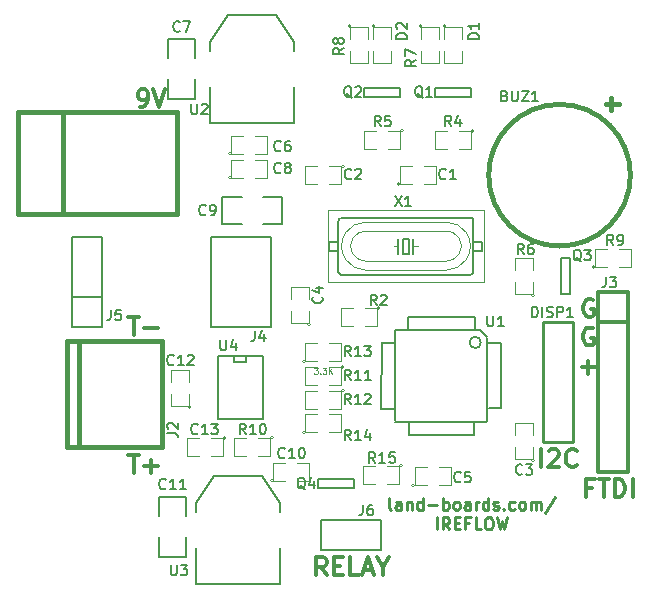
<source format=gto>
G04 (created by PCBNEW (2013-04-19 BZR 4011)-stable) date 15/12/2014 13:33:28*
%MOIN*%
G04 Gerber Fmt 3.4, Leading zero omitted, Abs format*
%FSLAX34Y34*%
G01*
G70*
G90*
G04 APERTURE LIST*
%ADD10C,0.006*%
%ADD11C,0.011811*%
%ADD12C,0.01*%
%ADD13C,0.005*%
%ADD14C,0.008*%
%ADD15C,0.0039*%
%ADD16C,0.015*%
%ADD17C,0.0026*%
%ADD18C,0.002*%
%ADD19C,0.012*%
%ADD20C,0.0055*%
%ADD21C,0.0043*%
G04 APERTURE END LIST*
G54D10*
G54D11*
X8770Y-18839D02*
X8573Y-18557D01*
X8432Y-18839D02*
X8432Y-18248D01*
X8657Y-18248D01*
X8714Y-18276D01*
X8742Y-18304D01*
X8770Y-18360D01*
X8770Y-18445D01*
X8742Y-18501D01*
X8714Y-18529D01*
X8657Y-18557D01*
X8432Y-18557D01*
X9023Y-18529D02*
X9220Y-18529D01*
X9304Y-18839D02*
X9023Y-18839D01*
X9023Y-18248D01*
X9304Y-18248D01*
X9839Y-18839D02*
X9557Y-18839D01*
X9557Y-18248D01*
X10007Y-18670D02*
X10288Y-18670D01*
X9951Y-18839D02*
X10148Y-18248D01*
X10345Y-18839D01*
X10654Y-18557D02*
X10654Y-18839D01*
X10457Y-18248D02*
X10654Y-18557D01*
X10851Y-18248D01*
X2534Y-3239D02*
X2646Y-3239D01*
X2703Y-3210D01*
X2731Y-3182D01*
X2787Y-3098D01*
X2815Y-2985D01*
X2815Y-2760D01*
X2787Y-2704D01*
X2759Y-2676D01*
X2703Y-2648D01*
X2590Y-2648D01*
X2534Y-2676D01*
X2506Y-2704D01*
X2478Y-2760D01*
X2478Y-2901D01*
X2506Y-2957D01*
X2534Y-2985D01*
X2590Y-3014D01*
X2703Y-3014D01*
X2759Y-2985D01*
X2787Y-2957D01*
X2815Y-2901D01*
X2984Y-2648D02*
X3181Y-3239D01*
X3378Y-2648D01*
G54D12*
X10923Y-16661D02*
X10885Y-16642D01*
X10866Y-16604D01*
X10866Y-16261D01*
X11247Y-16661D02*
X11247Y-16452D01*
X11228Y-16414D01*
X11190Y-16395D01*
X11114Y-16395D01*
X11076Y-16414D01*
X11247Y-16642D02*
X11209Y-16661D01*
X11114Y-16661D01*
X11076Y-16642D01*
X11057Y-16604D01*
X11057Y-16566D01*
X11076Y-16528D01*
X11114Y-16509D01*
X11209Y-16509D01*
X11247Y-16490D01*
X11438Y-16395D02*
X11438Y-16661D01*
X11438Y-16433D02*
X11457Y-16414D01*
X11495Y-16395D01*
X11552Y-16395D01*
X11590Y-16414D01*
X11609Y-16452D01*
X11609Y-16661D01*
X11971Y-16661D02*
X11971Y-16261D01*
X11971Y-16642D02*
X11933Y-16661D01*
X11857Y-16661D01*
X11819Y-16642D01*
X11800Y-16623D01*
X11780Y-16585D01*
X11780Y-16471D01*
X11800Y-16433D01*
X11819Y-16414D01*
X11857Y-16395D01*
X11933Y-16395D01*
X11971Y-16414D01*
X12161Y-16509D02*
X12466Y-16509D01*
X12657Y-16661D02*
X12657Y-16261D01*
X12657Y-16414D02*
X12695Y-16395D01*
X12771Y-16395D01*
X12809Y-16414D01*
X12828Y-16433D01*
X12847Y-16471D01*
X12847Y-16585D01*
X12828Y-16623D01*
X12809Y-16642D01*
X12771Y-16661D01*
X12695Y-16661D01*
X12657Y-16642D01*
X13076Y-16661D02*
X13038Y-16642D01*
X13019Y-16623D01*
X13000Y-16585D01*
X13000Y-16471D01*
X13019Y-16433D01*
X13038Y-16414D01*
X13076Y-16395D01*
X13133Y-16395D01*
X13171Y-16414D01*
X13190Y-16433D01*
X13209Y-16471D01*
X13209Y-16585D01*
X13190Y-16623D01*
X13171Y-16642D01*
X13133Y-16661D01*
X13076Y-16661D01*
X13552Y-16661D02*
X13552Y-16452D01*
X13533Y-16414D01*
X13495Y-16395D01*
X13419Y-16395D01*
X13380Y-16414D01*
X13552Y-16642D02*
X13514Y-16661D01*
X13419Y-16661D01*
X13380Y-16642D01*
X13361Y-16604D01*
X13361Y-16566D01*
X13380Y-16528D01*
X13419Y-16509D01*
X13514Y-16509D01*
X13552Y-16490D01*
X13742Y-16661D02*
X13742Y-16395D01*
X13742Y-16471D02*
X13761Y-16433D01*
X13780Y-16414D01*
X13819Y-16395D01*
X13857Y-16395D01*
X14161Y-16661D02*
X14161Y-16261D01*
X14161Y-16642D02*
X14123Y-16661D01*
X14047Y-16661D01*
X14009Y-16642D01*
X13990Y-16623D01*
X13971Y-16585D01*
X13971Y-16471D01*
X13990Y-16433D01*
X14009Y-16414D01*
X14047Y-16395D01*
X14123Y-16395D01*
X14161Y-16414D01*
X14333Y-16642D02*
X14371Y-16661D01*
X14447Y-16661D01*
X14485Y-16642D01*
X14504Y-16604D01*
X14504Y-16585D01*
X14485Y-16547D01*
X14447Y-16528D01*
X14390Y-16528D01*
X14352Y-16509D01*
X14333Y-16471D01*
X14333Y-16452D01*
X14352Y-16414D01*
X14390Y-16395D01*
X14447Y-16395D01*
X14485Y-16414D01*
X14676Y-16623D02*
X14695Y-16642D01*
X14676Y-16661D01*
X14657Y-16642D01*
X14676Y-16623D01*
X14676Y-16661D01*
X15038Y-16642D02*
X14999Y-16661D01*
X14923Y-16661D01*
X14885Y-16642D01*
X14866Y-16623D01*
X14847Y-16585D01*
X14847Y-16471D01*
X14866Y-16433D01*
X14885Y-16414D01*
X14923Y-16395D01*
X14999Y-16395D01*
X15038Y-16414D01*
X15266Y-16661D02*
X15228Y-16642D01*
X15209Y-16623D01*
X15190Y-16585D01*
X15190Y-16471D01*
X15209Y-16433D01*
X15228Y-16414D01*
X15266Y-16395D01*
X15323Y-16395D01*
X15361Y-16414D01*
X15380Y-16433D01*
X15399Y-16471D01*
X15399Y-16585D01*
X15380Y-16623D01*
X15361Y-16642D01*
X15323Y-16661D01*
X15266Y-16661D01*
X15571Y-16661D02*
X15571Y-16395D01*
X15571Y-16433D02*
X15590Y-16414D01*
X15628Y-16395D01*
X15685Y-16395D01*
X15723Y-16414D01*
X15742Y-16452D01*
X15742Y-16661D01*
X15742Y-16452D02*
X15761Y-16414D01*
X15799Y-16395D01*
X15857Y-16395D01*
X15895Y-16414D01*
X15914Y-16452D01*
X15914Y-16661D01*
X16390Y-16242D02*
X16047Y-16757D01*
X12447Y-17321D02*
X12447Y-16921D01*
X12866Y-17321D02*
X12733Y-17131D01*
X12638Y-17321D02*
X12638Y-16921D01*
X12790Y-16921D01*
X12828Y-16940D01*
X12847Y-16960D01*
X12866Y-16998D01*
X12866Y-17055D01*
X12847Y-17093D01*
X12828Y-17112D01*
X12790Y-17131D01*
X12638Y-17131D01*
X13038Y-17112D02*
X13171Y-17112D01*
X13228Y-17321D02*
X13038Y-17321D01*
X13038Y-16921D01*
X13228Y-16921D01*
X13533Y-17112D02*
X13400Y-17112D01*
X13400Y-17321D02*
X13400Y-16921D01*
X13590Y-16921D01*
X13933Y-17321D02*
X13742Y-17321D01*
X13742Y-16921D01*
X14142Y-16921D02*
X14219Y-16921D01*
X14257Y-16940D01*
X14295Y-16979D01*
X14314Y-17055D01*
X14314Y-17188D01*
X14295Y-17264D01*
X14257Y-17302D01*
X14219Y-17321D01*
X14142Y-17321D01*
X14104Y-17302D01*
X14066Y-17264D01*
X14047Y-17188D01*
X14047Y-17055D01*
X14066Y-16979D01*
X14104Y-16940D01*
X14142Y-16921D01*
X14447Y-16921D02*
X14542Y-17321D01*
X14619Y-17036D01*
X14695Y-17321D01*
X14790Y-16921D01*
G54D11*
X17623Y-15929D02*
X17426Y-15929D01*
X17426Y-16239D02*
X17426Y-15648D01*
X17707Y-15648D01*
X17848Y-15648D02*
X18185Y-15648D01*
X18017Y-16239D02*
X18017Y-15648D01*
X18382Y-16239D02*
X18382Y-15648D01*
X18523Y-15648D01*
X18607Y-15676D01*
X18664Y-15732D01*
X18692Y-15789D01*
X18720Y-15901D01*
X18720Y-15985D01*
X18692Y-16098D01*
X18664Y-16154D01*
X18607Y-16210D01*
X18523Y-16239D01*
X18382Y-16239D01*
X18973Y-16239D02*
X18973Y-15648D01*
X15923Y-15239D02*
X15923Y-14648D01*
X16176Y-14704D02*
X16204Y-14676D01*
X16260Y-14648D01*
X16401Y-14648D01*
X16457Y-14676D01*
X16485Y-14704D01*
X16514Y-14760D01*
X16514Y-14817D01*
X16485Y-14901D01*
X16148Y-15239D01*
X16514Y-15239D01*
X17104Y-15182D02*
X17076Y-15210D01*
X16992Y-15239D01*
X16935Y-15239D01*
X16851Y-15210D01*
X16795Y-15154D01*
X16767Y-15098D01*
X16739Y-14985D01*
X16739Y-14901D01*
X16767Y-14789D01*
X16795Y-14732D01*
X16851Y-14676D01*
X16935Y-14648D01*
X16992Y-14648D01*
X17076Y-14676D01*
X17104Y-14704D01*
X2165Y-10248D02*
X2503Y-10248D01*
X2334Y-10839D02*
X2334Y-10248D01*
X2700Y-10614D02*
X3149Y-10614D01*
X2165Y-14848D02*
X2503Y-14848D01*
X2334Y-15439D02*
X2334Y-14848D01*
X2700Y-15214D02*
X3149Y-15214D01*
X2924Y-15439D02*
X2924Y-14989D01*
X17654Y-9676D02*
X17598Y-9648D01*
X17514Y-9648D01*
X17429Y-9676D01*
X17373Y-9732D01*
X17345Y-9789D01*
X17317Y-9901D01*
X17317Y-9985D01*
X17345Y-10098D01*
X17373Y-10154D01*
X17429Y-10210D01*
X17514Y-10239D01*
X17570Y-10239D01*
X17654Y-10210D01*
X17682Y-10182D01*
X17682Y-9985D01*
X17570Y-9985D01*
X17654Y-10621D02*
X17598Y-10593D01*
X17514Y-10593D01*
X17429Y-10621D01*
X17373Y-10677D01*
X17345Y-10733D01*
X17317Y-10846D01*
X17317Y-10930D01*
X17345Y-11043D01*
X17373Y-11099D01*
X17429Y-11155D01*
X17514Y-11183D01*
X17570Y-11183D01*
X17654Y-11155D01*
X17682Y-11127D01*
X17682Y-10930D01*
X17570Y-10930D01*
X17275Y-11914D02*
X17724Y-11914D01*
X17500Y-12139D02*
X17500Y-11689D01*
G54D10*
X11508Y-14184D02*
X11508Y-13734D01*
X13688Y-14184D02*
X13688Y-13744D01*
X11508Y-14184D02*
X13688Y-14184D01*
X11038Y-13304D02*
X10608Y-13304D01*
X11028Y-11094D02*
X10608Y-11094D01*
X10608Y-11084D02*
X10598Y-13304D01*
X14578Y-11104D02*
X14588Y-13274D01*
X13888Y-10674D02*
X11058Y-10674D01*
X14578Y-13284D02*
X14168Y-13284D01*
X14128Y-10924D02*
X14128Y-13704D01*
X11048Y-13724D02*
X14088Y-13724D01*
X11048Y-10674D02*
X11048Y-13674D01*
X13718Y-10224D02*
X11498Y-10224D01*
X11498Y-10224D02*
X11498Y-10674D01*
X13898Y-10678D02*
X14128Y-10908D01*
X13718Y-10226D02*
X13718Y-10678D01*
X14128Y-11104D02*
X14580Y-11104D01*
X13913Y-11086D02*
G75*
G03X13913Y-11086I-188J0D01*
G74*
G01*
G54D13*
X16582Y-9458D02*
X16582Y-8258D01*
X16582Y-8258D02*
X16882Y-8258D01*
X16882Y-8258D02*
X16882Y-9458D01*
X16882Y-9458D02*
X16582Y-9458D01*
X13592Y-2905D02*
X12392Y-2905D01*
X12392Y-2905D02*
X12392Y-2605D01*
X12392Y-2605D02*
X13592Y-2605D01*
X13592Y-2605D02*
X13592Y-2905D01*
X11229Y-2905D02*
X10029Y-2905D01*
X10029Y-2905D02*
X10029Y-2605D01*
X10029Y-2605D02*
X11229Y-2605D01*
X11229Y-2605D02*
X11229Y-2905D01*
G54D14*
X4407Y-17922D02*
X4407Y-19122D01*
X4407Y-19122D02*
X7207Y-19122D01*
X7207Y-19122D02*
X7207Y-17922D01*
X4407Y-16722D02*
X4407Y-16422D01*
X4407Y-16422D02*
X5007Y-15522D01*
X5007Y-15522D02*
X6607Y-15522D01*
X6607Y-15522D02*
X7207Y-16422D01*
X7207Y-16422D02*
X7207Y-16722D01*
X4899Y-2568D02*
X4899Y-3768D01*
X4899Y-3768D02*
X7699Y-3768D01*
X7699Y-3768D02*
X7699Y-2568D01*
X4899Y-1368D02*
X4899Y-1068D01*
X4899Y-1068D02*
X5499Y-168D01*
X5499Y-168D02*
X7099Y-168D01*
X7099Y-168D02*
X7699Y-1068D01*
X7699Y-1068D02*
X7699Y-1368D01*
G54D15*
X11703Y-15851D02*
G75*
G03X11703Y-15851I-50J0D01*
G74*
G01*
X12103Y-15851D02*
X11703Y-15851D01*
X11703Y-15851D02*
X11703Y-15251D01*
X11703Y-15251D02*
X12103Y-15251D01*
X12503Y-15251D02*
X12903Y-15251D01*
X12903Y-15251D02*
X12903Y-15851D01*
X12903Y-15851D02*
X12503Y-15851D01*
X9361Y-5211D02*
G75*
G03X9361Y-5211I-50J0D01*
G74*
G01*
X8861Y-5211D02*
X9261Y-5211D01*
X9261Y-5211D02*
X9261Y-5811D01*
X9261Y-5811D02*
X8861Y-5811D01*
X8461Y-5811D02*
X8061Y-5811D01*
X8061Y-5811D02*
X8061Y-5211D01*
X8061Y-5211D02*
X8461Y-5211D01*
X17707Y-8567D02*
G75*
G03X17707Y-8567I-50J0D01*
G74*
G01*
X18107Y-8567D02*
X17707Y-8567D01*
X17707Y-8567D02*
X17707Y-7967D01*
X17707Y-7967D02*
X18107Y-7967D01*
X18507Y-7967D02*
X18907Y-7967D01*
X18907Y-7967D02*
X18907Y-8567D01*
X18907Y-8567D02*
X18507Y-8567D01*
X11211Y-5811D02*
G75*
G03X11211Y-5811I-50J0D01*
G74*
G01*
X11611Y-5811D02*
X11211Y-5811D01*
X11211Y-5811D02*
X11211Y-5211D01*
X11211Y-5211D02*
X11611Y-5211D01*
X12011Y-5211D02*
X12411Y-5211D01*
X12411Y-5211D02*
X12411Y-5811D01*
X12411Y-5811D02*
X12011Y-5811D01*
X5600Y-4800D02*
G75*
G03X5600Y-4800I-50J0D01*
G74*
G01*
X6000Y-4800D02*
X5600Y-4800D01*
X5600Y-4800D02*
X5600Y-4200D01*
X5600Y-4200D02*
X6000Y-4200D01*
X6400Y-4200D02*
X6800Y-4200D01*
X6800Y-4200D02*
X6800Y-4800D01*
X6800Y-4800D02*
X6400Y-4800D01*
X5600Y-5600D02*
G75*
G03X5600Y-5600I-50J0D01*
G74*
G01*
X6000Y-5600D02*
X5600Y-5600D01*
X5600Y-5600D02*
X5600Y-5000D01*
X5600Y-5000D02*
X6000Y-5000D01*
X6400Y-5000D02*
X6800Y-5000D01*
X6800Y-5000D02*
X6800Y-5600D01*
X6800Y-5600D02*
X6400Y-5600D01*
X7000Y-15700D02*
G75*
G03X7000Y-15700I-50J0D01*
G74*
G01*
X7400Y-15700D02*
X7000Y-15700D01*
X7000Y-15700D02*
X7000Y-15100D01*
X7000Y-15100D02*
X7400Y-15100D01*
X7800Y-15100D02*
X8200Y-15100D01*
X8200Y-15100D02*
X8200Y-15700D01*
X8200Y-15700D02*
X7800Y-15700D01*
X11954Y-531D02*
G75*
G03X11954Y-531I-50J0D01*
G74*
G01*
X11904Y-981D02*
X11904Y-581D01*
X11904Y-581D02*
X12504Y-581D01*
X12504Y-581D02*
X12504Y-981D01*
X12504Y-1381D02*
X12504Y-1781D01*
X12504Y-1781D02*
X11904Y-1781D01*
X11904Y-1781D02*
X11904Y-1381D01*
X10542Y-9936D02*
G75*
G03X10542Y-9936I-50J0D01*
G74*
G01*
X10042Y-9936D02*
X10442Y-9936D01*
X10442Y-9936D02*
X10442Y-10536D01*
X10442Y-10536D02*
X10042Y-10536D01*
X9642Y-10536D02*
X9242Y-10536D01*
X9242Y-10536D02*
X9242Y-9936D01*
X9242Y-9936D02*
X9642Y-9936D01*
X8224Y-10492D02*
G75*
G03X8224Y-10492I-50J0D01*
G74*
G01*
X8174Y-10042D02*
X8174Y-10442D01*
X8174Y-10442D02*
X7574Y-10442D01*
X7574Y-10442D02*
X7574Y-10042D01*
X7574Y-9642D02*
X7574Y-9242D01*
X7574Y-9242D02*
X8174Y-9242D01*
X8174Y-9242D02*
X8174Y-9642D01*
X15704Y-15020D02*
G75*
G03X15704Y-15020I-50J0D01*
G74*
G01*
X15654Y-14570D02*
X15654Y-14970D01*
X15654Y-14970D02*
X15054Y-14970D01*
X15054Y-14970D02*
X15054Y-14570D01*
X15054Y-14170D02*
X15054Y-13770D01*
X15054Y-13770D02*
X15654Y-13770D01*
X15654Y-13770D02*
X15654Y-14170D01*
X12742Y-531D02*
G75*
G03X12742Y-531I-50J0D01*
G74*
G01*
X12692Y-981D02*
X12692Y-581D01*
X12692Y-581D02*
X13292Y-581D01*
X13292Y-581D02*
X13292Y-981D01*
X13292Y-1381D02*
X13292Y-1781D01*
X13292Y-1781D02*
X12692Y-1781D01*
X12692Y-1781D02*
X12692Y-1381D01*
X13692Y-4030D02*
G75*
G03X13692Y-4030I-50J0D01*
G74*
G01*
X13192Y-4030D02*
X13592Y-4030D01*
X13592Y-4030D02*
X13592Y-4630D01*
X13592Y-4630D02*
X13192Y-4630D01*
X12792Y-4630D02*
X12392Y-4630D01*
X12392Y-4630D02*
X12392Y-4030D01*
X12392Y-4030D02*
X12792Y-4030D01*
X10379Y-531D02*
G75*
G03X10379Y-531I-50J0D01*
G74*
G01*
X10329Y-981D02*
X10329Y-581D01*
X10329Y-581D02*
X10929Y-581D01*
X10929Y-581D02*
X10929Y-981D01*
X10929Y-1381D02*
X10929Y-1781D01*
X10929Y-1781D02*
X10329Y-1781D01*
X10329Y-1781D02*
X10329Y-1381D01*
X9592Y-531D02*
G75*
G03X9592Y-531I-50J0D01*
G74*
G01*
X9542Y-981D02*
X9542Y-581D01*
X9542Y-581D02*
X10142Y-581D01*
X10142Y-581D02*
X10142Y-981D01*
X10142Y-1381D02*
X10142Y-1781D01*
X10142Y-1781D02*
X9542Y-1781D01*
X9542Y-1781D02*
X9542Y-1381D01*
X11329Y-4030D02*
G75*
G03X11329Y-4030I-50J0D01*
G74*
G01*
X10829Y-4030D02*
X11229Y-4030D01*
X11229Y-4030D02*
X11229Y-4630D01*
X11229Y-4630D02*
X10829Y-4630D01*
X10429Y-4630D02*
X10029Y-4630D01*
X10029Y-4630D02*
X10029Y-4030D01*
X10029Y-4030D02*
X10429Y-4030D01*
X15704Y-9508D02*
G75*
G03X15704Y-9508I-50J0D01*
G74*
G01*
X15654Y-9058D02*
X15654Y-9458D01*
X15654Y-9458D02*
X15054Y-9458D01*
X15054Y-9458D02*
X15054Y-9058D01*
X15054Y-8658D02*
X15054Y-8258D01*
X15054Y-8258D02*
X15654Y-8258D01*
X15654Y-8258D02*
X15654Y-8658D01*
G54D16*
X18267Y-2952D02*
X18267Y-3346D01*
X18503Y-3149D02*
X18070Y-3149D01*
X18897Y-5511D02*
G75*
G03X18897Y-5511I-2362J0D01*
G74*
G01*
G54D17*
X8817Y-9074D02*
X14017Y-9074D01*
X14017Y-9074D02*
X14017Y-6674D01*
X8817Y-6674D02*
X14017Y-6674D01*
X8817Y-9074D02*
X8817Y-6674D01*
G54D10*
X9167Y-7424D02*
X9167Y-7024D01*
X13667Y-7424D02*
X13667Y-7024D01*
G54D18*
X12767Y-8374D02*
X10067Y-8374D01*
X12767Y-8674D02*
X10067Y-8674D01*
X10067Y-7374D02*
X12767Y-7374D01*
G54D10*
X13567Y-8824D02*
X9267Y-8824D01*
X13667Y-8024D02*
X13967Y-8024D01*
X13667Y-7724D02*
X13967Y-7724D01*
X13967Y-8024D02*
X13967Y-7724D01*
X13667Y-8324D02*
X13667Y-7424D01*
X13667Y-8724D02*
X13667Y-8324D01*
X8867Y-8024D02*
X8867Y-7724D01*
X9167Y-8324D02*
X9167Y-8024D01*
X9167Y-8024D02*
X9167Y-7724D01*
X9167Y-7724D02*
X9167Y-7424D01*
X9167Y-8724D02*
X9167Y-8324D01*
X9167Y-8024D02*
X8867Y-8024D01*
X9167Y-7724D02*
X8867Y-7724D01*
G54D18*
X10067Y-7074D02*
X12767Y-7074D01*
G54D10*
X13567Y-6924D02*
X9267Y-6924D01*
X11317Y-7624D02*
X11317Y-8124D01*
X11317Y-8124D02*
X11517Y-8124D01*
X11517Y-8124D02*
X11517Y-7624D01*
X11517Y-7624D02*
X11317Y-7624D01*
X11167Y-7624D02*
X11167Y-7874D01*
X11167Y-7874D02*
X11167Y-8124D01*
G54D18*
X11167Y-7874D02*
X11017Y-7874D01*
G54D10*
X11667Y-7624D02*
X11667Y-7874D01*
X11667Y-7874D02*
X11667Y-8124D01*
G54D18*
X11667Y-7874D02*
X11817Y-7874D01*
X10066Y-7073D02*
G75*
G03X9406Y-7424I1J-800D01*
G74*
G01*
X13428Y-7423D02*
G75*
G03X12767Y-7074I-660J-450D01*
G74*
G01*
G54D10*
X13567Y-8824D02*
G75*
G03X13667Y-8724I0J100D01*
G74*
G01*
G54D18*
X12766Y-8373D02*
G75*
G03X12983Y-8324I0J499D01*
G74*
G01*
X12984Y-7423D02*
G75*
G03X12767Y-7374I-217J-450D01*
G74*
G01*
X12769Y-8673D02*
G75*
G03X13428Y-8322I-2J799D01*
G74*
G01*
X12986Y-8323D02*
G75*
G03X12983Y-7423I-219J449D01*
G74*
G01*
X13428Y-8323D02*
G75*
G03X13428Y-7424I-661J449D01*
G74*
G01*
X9406Y-8324D02*
G75*
G03X10067Y-8674I660J450D01*
G74*
G01*
X9848Y-7424D02*
G75*
G03X9850Y-8324I219J-449D01*
G74*
G01*
X9849Y-8324D02*
G75*
G03X10067Y-8374I217J450D01*
G74*
G01*
X10068Y-7374D02*
G75*
G03X9850Y-7423I0J-499D01*
G74*
G01*
X9405Y-7424D02*
G75*
G03X9405Y-8323I661J-449D01*
G74*
G01*
G54D10*
X9167Y-8724D02*
G75*
G03X9267Y-8824I100J0D01*
G74*
G01*
X13667Y-7024D02*
G75*
G03X13567Y-6924I-100J0D01*
G74*
G01*
X9267Y-6924D02*
G75*
G03X9167Y-7024I0J-100D01*
G74*
G01*
G54D15*
X4250Y-13250D02*
G75*
G03X4250Y-13250I-50J0D01*
G74*
G01*
X4200Y-12800D02*
X4200Y-13200D01*
X4200Y-13200D02*
X3600Y-13200D01*
X3600Y-13200D02*
X3600Y-12800D01*
X3600Y-12400D02*
X3600Y-12000D01*
X3600Y-12000D02*
X4200Y-12000D01*
X4200Y-12000D02*
X4200Y-12400D01*
X5424Y-14266D02*
G75*
G03X5424Y-14266I-50J0D01*
G74*
G01*
X4924Y-14266D02*
X5324Y-14266D01*
X5324Y-14266D02*
X5324Y-14866D01*
X5324Y-14866D02*
X4924Y-14866D01*
X4524Y-14866D02*
X4124Y-14866D01*
X4124Y-14866D02*
X4124Y-14266D01*
X4124Y-14266D02*
X4524Y-14266D01*
X6999Y-14266D02*
G75*
G03X6999Y-14266I-50J0D01*
G74*
G01*
X6499Y-14266D02*
X6899Y-14266D01*
X6899Y-14266D02*
X6899Y-14866D01*
X6899Y-14866D02*
X6499Y-14866D01*
X6099Y-14866D02*
X5699Y-14866D01*
X5699Y-14866D02*
X5699Y-14266D01*
X5699Y-14266D02*
X6099Y-14266D01*
G54D16*
X128Y-14587D02*
X3277Y-14587D01*
X128Y-11044D02*
X3277Y-11044D01*
X3277Y-14587D02*
X3277Y-11044D01*
X522Y-14587D02*
X522Y-11044D01*
X128Y-14587D02*
X128Y-11044D01*
G54D15*
X8061Y-11717D02*
G75*
G03X8061Y-11717I-50J0D01*
G74*
G01*
X8461Y-11717D02*
X8061Y-11717D01*
X8061Y-11717D02*
X8061Y-11117D01*
X8061Y-11117D02*
X8461Y-11117D01*
X8861Y-11117D02*
X9261Y-11117D01*
X9261Y-11117D02*
X9261Y-11717D01*
X9261Y-11717D02*
X8861Y-11717D01*
X8061Y-14079D02*
G75*
G03X8061Y-14079I-50J0D01*
G74*
G01*
X8461Y-14079D02*
X8061Y-14079D01*
X8061Y-14079D02*
X8061Y-13479D01*
X8061Y-13479D02*
X8461Y-13479D01*
X8861Y-13479D02*
X9261Y-13479D01*
X9261Y-13479D02*
X9261Y-14079D01*
X9261Y-14079D02*
X8861Y-14079D01*
X9361Y-11904D02*
G75*
G03X9361Y-11904I-50J0D01*
G74*
G01*
X8861Y-11904D02*
X9261Y-11904D01*
X9261Y-11904D02*
X9261Y-12504D01*
X9261Y-12504D02*
X8861Y-12504D01*
X8461Y-12504D02*
X8061Y-12504D01*
X8061Y-12504D02*
X8061Y-11904D01*
X8061Y-11904D02*
X8461Y-11904D01*
X9361Y-12692D02*
G75*
G03X9361Y-12692I-50J0D01*
G74*
G01*
X8861Y-12692D02*
X9261Y-12692D01*
X9261Y-12692D02*
X9261Y-13292D01*
X9261Y-13292D02*
X8861Y-13292D01*
X8461Y-13292D02*
X8061Y-13292D01*
X8061Y-13292D02*
X8061Y-12692D01*
X8061Y-12692D02*
X8461Y-12692D01*
G54D10*
X1287Y-10555D02*
X287Y-10555D01*
X287Y-10555D02*
X287Y-7555D01*
X287Y-7555D02*
X1287Y-7555D01*
X1287Y-7555D02*
X1287Y-10555D01*
X287Y-9555D02*
X1287Y-9555D01*
G54D16*
X-1225Y-3418D02*
X-1525Y-3418D01*
X-1525Y-3418D02*
X-1525Y-6818D01*
X-1525Y-6818D02*
X-1225Y-6818D01*
X-25Y-3418D02*
X-25Y-6818D01*
X3774Y-3418D02*
X3774Y-6818D01*
X-1225Y-6818D02*
X3774Y-6818D01*
X-1225Y-3418D02*
X3774Y-3418D01*
G54D13*
X3487Y-2968D02*
X4387Y-2968D01*
X4387Y-2968D02*
X4387Y-2318D01*
X3487Y-1618D02*
X3487Y-968D01*
X3487Y-968D02*
X4387Y-968D01*
X4387Y-968D02*
X4387Y-1618D01*
X3487Y-2318D02*
X3487Y-2968D01*
X5299Y-6242D02*
X5299Y-7142D01*
X5299Y-7142D02*
X5949Y-7142D01*
X6649Y-6242D02*
X7299Y-6242D01*
X7299Y-6242D02*
X7299Y-7142D01*
X7299Y-7142D02*
X6649Y-7142D01*
X5949Y-6242D02*
X5299Y-6242D01*
X4091Y-16224D02*
X3191Y-16224D01*
X3191Y-16224D02*
X3191Y-16874D01*
X4091Y-17574D02*
X4091Y-18224D01*
X4091Y-18224D02*
X3191Y-18224D01*
X3191Y-18224D02*
X3191Y-17574D01*
X4091Y-16874D02*
X4091Y-16224D01*
G54D19*
X17807Y-9401D02*
X18807Y-9401D01*
X18807Y-9401D02*
X18807Y-15401D01*
X18807Y-15401D02*
X17807Y-15401D01*
X17807Y-15401D02*
X17807Y-9401D01*
X17807Y-10401D02*
X18807Y-10401D01*
G54D13*
X5200Y-11550D02*
X5150Y-11550D01*
X5150Y-11550D02*
X5150Y-13650D01*
X6650Y-13650D02*
X6650Y-11550D01*
X6650Y-11550D02*
X5200Y-11550D01*
X6100Y-11550D02*
X6100Y-11750D01*
X6100Y-11750D02*
X5700Y-11750D01*
X5700Y-11750D02*
X5700Y-11550D01*
X6650Y-13650D02*
X5150Y-13650D01*
X8500Y-15650D02*
X9700Y-15650D01*
X9700Y-15650D02*
X9700Y-15950D01*
X9700Y-15950D02*
X8500Y-15950D01*
X8500Y-15950D02*
X8500Y-15650D01*
G54D15*
X11300Y-15200D02*
G75*
G03X11300Y-15200I-50J0D01*
G74*
G01*
X10800Y-15200D02*
X11200Y-15200D01*
X11200Y-15200D02*
X11200Y-15800D01*
X11200Y-15800D02*
X10800Y-15800D01*
X10400Y-15800D02*
X10000Y-15800D01*
X10000Y-15800D02*
X10000Y-15200D01*
X10000Y-15200D02*
X10400Y-15200D01*
G54D10*
X10600Y-17000D02*
X10600Y-18000D01*
X10600Y-18000D02*
X8600Y-18000D01*
X8600Y-18000D02*
X8600Y-17000D01*
X8600Y-17000D02*
X10600Y-17000D01*
G54D14*
X6905Y-7555D02*
X6905Y-10555D01*
X4905Y-10555D02*
X4905Y-7555D01*
X4905Y-7555D02*
X6905Y-7555D01*
X6905Y-10555D02*
X4905Y-10555D01*
G54D12*
X16000Y-14400D02*
X16000Y-10400D01*
X17000Y-14400D02*
X17000Y-10400D01*
X17000Y-10400D02*
X16000Y-10400D01*
X16000Y-14400D02*
X17000Y-14400D01*
G54D20*
X14133Y-10191D02*
X14133Y-10475D01*
X14150Y-10508D01*
X14166Y-10525D01*
X14200Y-10541D01*
X14266Y-10541D01*
X14300Y-10525D01*
X14316Y-10508D01*
X14333Y-10475D01*
X14333Y-10191D01*
X14683Y-10541D02*
X14483Y-10541D01*
X14583Y-10541D02*
X14583Y-10191D01*
X14550Y-10241D01*
X14516Y-10275D01*
X14483Y-10291D01*
X17266Y-8375D02*
X17233Y-8358D01*
X17200Y-8325D01*
X17150Y-8275D01*
X17116Y-8258D01*
X17083Y-8258D01*
X17100Y-8341D02*
X17066Y-8325D01*
X17033Y-8291D01*
X17016Y-8225D01*
X17016Y-8108D01*
X17033Y-8041D01*
X17066Y-8008D01*
X17100Y-7991D01*
X17166Y-7991D01*
X17200Y-8008D01*
X17233Y-8041D01*
X17250Y-8108D01*
X17250Y-8225D01*
X17233Y-8291D01*
X17200Y-8325D01*
X17166Y-8341D01*
X17100Y-8341D01*
X17366Y-7991D02*
X17583Y-7991D01*
X17466Y-8125D01*
X17516Y-8125D01*
X17550Y-8141D01*
X17566Y-8158D01*
X17583Y-8191D01*
X17583Y-8275D01*
X17566Y-8308D01*
X17550Y-8325D01*
X17516Y-8341D01*
X17416Y-8341D01*
X17383Y-8325D01*
X17366Y-8308D01*
X11974Y-2930D02*
X11941Y-2914D01*
X11907Y-2880D01*
X11857Y-2830D01*
X11824Y-2814D01*
X11791Y-2814D01*
X11807Y-2897D02*
X11774Y-2880D01*
X11741Y-2847D01*
X11724Y-2780D01*
X11724Y-2664D01*
X11741Y-2597D01*
X11774Y-2564D01*
X11807Y-2547D01*
X11874Y-2547D01*
X11907Y-2564D01*
X11941Y-2597D01*
X11957Y-2664D01*
X11957Y-2780D01*
X11941Y-2847D01*
X11907Y-2880D01*
X11874Y-2897D01*
X11807Y-2897D01*
X12291Y-2897D02*
X12091Y-2897D01*
X12191Y-2897D02*
X12191Y-2547D01*
X12157Y-2597D01*
X12124Y-2630D01*
X12091Y-2647D01*
X9612Y-2930D02*
X9579Y-2914D01*
X9545Y-2880D01*
X9495Y-2830D01*
X9462Y-2814D01*
X9429Y-2814D01*
X9445Y-2897D02*
X9412Y-2880D01*
X9379Y-2847D01*
X9362Y-2780D01*
X9362Y-2664D01*
X9379Y-2597D01*
X9412Y-2564D01*
X9445Y-2547D01*
X9512Y-2547D01*
X9545Y-2564D01*
X9579Y-2597D01*
X9595Y-2664D01*
X9595Y-2780D01*
X9579Y-2847D01*
X9545Y-2880D01*
X9512Y-2897D01*
X9445Y-2897D01*
X9729Y-2580D02*
X9745Y-2564D01*
X9779Y-2547D01*
X9862Y-2547D01*
X9895Y-2564D01*
X9912Y-2580D01*
X9929Y-2614D01*
X9929Y-2647D01*
X9912Y-2697D01*
X9712Y-2897D01*
X9929Y-2897D01*
X3571Y-18492D02*
X3571Y-18775D01*
X3588Y-18809D01*
X3605Y-18825D01*
X3638Y-18842D01*
X3705Y-18842D01*
X3738Y-18825D01*
X3755Y-18809D01*
X3771Y-18775D01*
X3771Y-18492D01*
X3905Y-18492D02*
X4121Y-18492D01*
X4005Y-18625D01*
X4055Y-18625D01*
X4088Y-18642D01*
X4105Y-18659D01*
X4121Y-18692D01*
X4121Y-18775D01*
X4105Y-18809D01*
X4088Y-18825D01*
X4055Y-18842D01*
X3955Y-18842D01*
X3921Y-18825D01*
X3905Y-18809D01*
X4260Y-3138D02*
X4260Y-3421D01*
X4277Y-3454D01*
X4294Y-3471D01*
X4327Y-3488D01*
X4394Y-3488D01*
X4427Y-3471D01*
X4444Y-3454D01*
X4460Y-3421D01*
X4460Y-3138D01*
X4610Y-3171D02*
X4627Y-3154D01*
X4660Y-3138D01*
X4744Y-3138D01*
X4777Y-3154D01*
X4794Y-3171D01*
X4810Y-3204D01*
X4810Y-3238D01*
X4794Y-3288D01*
X4594Y-3488D01*
X4810Y-3488D01*
X13241Y-15708D02*
X13225Y-15725D01*
X13175Y-15741D01*
X13141Y-15741D01*
X13091Y-15725D01*
X13058Y-15691D01*
X13041Y-15658D01*
X13025Y-15591D01*
X13025Y-15541D01*
X13041Y-15475D01*
X13058Y-15441D01*
X13091Y-15408D01*
X13141Y-15391D01*
X13175Y-15391D01*
X13225Y-15408D01*
X13241Y-15425D01*
X13558Y-15391D02*
X13391Y-15391D01*
X13375Y-15558D01*
X13391Y-15541D01*
X13425Y-15525D01*
X13508Y-15525D01*
X13541Y-15541D01*
X13558Y-15558D01*
X13575Y-15591D01*
X13575Y-15675D01*
X13558Y-15708D01*
X13541Y-15725D01*
X13508Y-15741D01*
X13425Y-15741D01*
X13391Y-15725D01*
X13375Y-15708D01*
X9587Y-5620D02*
X9570Y-5636D01*
X9520Y-5653D01*
X9487Y-5653D01*
X9437Y-5636D01*
X9404Y-5603D01*
X9387Y-5570D01*
X9370Y-5503D01*
X9370Y-5453D01*
X9387Y-5386D01*
X9404Y-5353D01*
X9437Y-5320D01*
X9487Y-5303D01*
X9520Y-5303D01*
X9570Y-5320D01*
X9587Y-5336D01*
X9720Y-5336D02*
X9737Y-5320D01*
X9770Y-5303D01*
X9854Y-5303D01*
X9887Y-5320D01*
X9904Y-5336D01*
X9920Y-5370D01*
X9920Y-5403D01*
X9904Y-5453D01*
X9704Y-5653D01*
X9920Y-5653D01*
X18329Y-7847D02*
X18212Y-7681D01*
X18129Y-7847D02*
X18129Y-7497D01*
X18262Y-7497D01*
X18295Y-7514D01*
X18312Y-7531D01*
X18329Y-7564D01*
X18329Y-7614D01*
X18312Y-7647D01*
X18295Y-7664D01*
X18262Y-7681D01*
X18129Y-7681D01*
X18495Y-7847D02*
X18562Y-7847D01*
X18595Y-7831D01*
X18612Y-7814D01*
X18645Y-7764D01*
X18662Y-7697D01*
X18662Y-7564D01*
X18645Y-7531D01*
X18629Y-7514D01*
X18595Y-7497D01*
X18529Y-7497D01*
X18495Y-7514D01*
X18479Y-7531D01*
X18462Y-7564D01*
X18462Y-7647D01*
X18479Y-7681D01*
X18495Y-7697D01*
X18529Y-7714D01*
X18595Y-7714D01*
X18629Y-7697D01*
X18645Y-7681D01*
X18662Y-7647D01*
X12736Y-5620D02*
X12720Y-5636D01*
X12670Y-5653D01*
X12636Y-5653D01*
X12586Y-5636D01*
X12553Y-5603D01*
X12536Y-5570D01*
X12520Y-5503D01*
X12520Y-5453D01*
X12536Y-5386D01*
X12553Y-5353D01*
X12586Y-5320D01*
X12636Y-5303D01*
X12670Y-5303D01*
X12720Y-5320D01*
X12736Y-5336D01*
X13070Y-5653D02*
X12870Y-5653D01*
X12970Y-5653D02*
X12970Y-5303D01*
X12936Y-5353D01*
X12903Y-5386D01*
X12870Y-5403D01*
X7236Y-4677D02*
X7219Y-4694D01*
X7169Y-4710D01*
X7136Y-4710D01*
X7086Y-4694D01*
X7052Y-4660D01*
X7036Y-4627D01*
X7019Y-4560D01*
X7019Y-4510D01*
X7036Y-4444D01*
X7052Y-4410D01*
X7086Y-4377D01*
X7136Y-4360D01*
X7169Y-4360D01*
X7219Y-4377D01*
X7236Y-4394D01*
X7536Y-4360D02*
X7469Y-4360D01*
X7436Y-4377D01*
X7419Y-4394D01*
X7386Y-4444D01*
X7369Y-4510D01*
X7369Y-4644D01*
X7386Y-4677D01*
X7402Y-4694D01*
X7436Y-4710D01*
X7502Y-4710D01*
X7536Y-4694D01*
X7552Y-4677D01*
X7569Y-4644D01*
X7569Y-4560D01*
X7552Y-4527D01*
X7536Y-4510D01*
X7502Y-4494D01*
X7436Y-4494D01*
X7402Y-4510D01*
X7386Y-4527D01*
X7369Y-4560D01*
X7241Y-5408D02*
X7225Y-5425D01*
X7175Y-5441D01*
X7141Y-5441D01*
X7091Y-5425D01*
X7058Y-5391D01*
X7041Y-5358D01*
X7025Y-5291D01*
X7025Y-5241D01*
X7041Y-5175D01*
X7058Y-5141D01*
X7091Y-5108D01*
X7141Y-5091D01*
X7175Y-5091D01*
X7225Y-5108D01*
X7241Y-5125D01*
X7441Y-5241D02*
X7408Y-5225D01*
X7391Y-5208D01*
X7375Y-5175D01*
X7375Y-5158D01*
X7391Y-5125D01*
X7408Y-5108D01*
X7441Y-5091D01*
X7508Y-5091D01*
X7541Y-5108D01*
X7558Y-5125D01*
X7575Y-5158D01*
X7575Y-5175D01*
X7558Y-5208D01*
X7541Y-5225D01*
X7508Y-5241D01*
X7441Y-5241D01*
X7408Y-5258D01*
X7391Y-5275D01*
X7375Y-5308D01*
X7375Y-5375D01*
X7391Y-5408D01*
X7408Y-5425D01*
X7441Y-5441D01*
X7508Y-5441D01*
X7541Y-5425D01*
X7558Y-5408D01*
X7575Y-5375D01*
X7575Y-5308D01*
X7558Y-5275D01*
X7541Y-5258D01*
X7508Y-5241D01*
X7375Y-14908D02*
X7358Y-14925D01*
X7308Y-14941D01*
X7275Y-14941D01*
X7225Y-14925D01*
X7191Y-14891D01*
X7175Y-14858D01*
X7158Y-14791D01*
X7158Y-14741D01*
X7175Y-14675D01*
X7191Y-14641D01*
X7225Y-14608D01*
X7275Y-14591D01*
X7308Y-14591D01*
X7358Y-14608D01*
X7375Y-14625D01*
X7708Y-14941D02*
X7508Y-14941D01*
X7608Y-14941D02*
X7608Y-14591D01*
X7575Y-14641D01*
X7541Y-14675D01*
X7508Y-14691D01*
X7925Y-14591D02*
X7958Y-14591D01*
X7991Y-14608D01*
X8008Y-14625D01*
X8025Y-14658D01*
X8041Y-14725D01*
X8041Y-14808D01*
X8025Y-14875D01*
X8008Y-14908D01*
X7991Y-14925D01*
X7958Y-14941D01*
X7925Y-14941D01*
X7891Y-14925D01*
X7875Y-14908D01*
X7858Y-14875D01*
X7841Y-14808D01*
X7841Y-14725D01*
X7858Y-14658D01*
X7875Y-14625D01*
X7891Y-14608D01*
X7925Y-14591D01*
X11741Y-1658D02*
X11575Y-1775D01*
X11741Y-1858D02*
X11391Y-1858D01*
X11391Y-1725D01*
X11408Y-1691D01*
X11425Y-1675D01*
X11458Y-1658D01*
X11508Y-1658D01*
X11541Y-1675D01*
X11558Y-1691D01*
X11575Y-1725D01*
X11575Y-1858D01*
X11391Y-1541D02*
X11391Y-1308D01*
X11741Y-1458D01*
X10441Y-9841D02*
X10325Y-9675D01*
X10241Y-9841D02*
X10241Y-9491D01*
X10375Y-9491D01*
X10408Y-9508D01*
X10425Y-9525D01*
X10441Y-9558D01*
X10441Y-9608D01*
X10425Y-9641D01*
X10408Y-9658D01*
X10375Y-9675D01*
X10241Y-9675D01*
X10575Y-9525D02*
X10591Y-9508D01*
X10625Y-9491D01*
X10708Y-9491D01*
X10741Y-9508D01*
X10758Y-9525D01*
X10775Y-9558D01*
X10775Y-9591D01*
X10758Y-9641D01*
X10558Y-9841D01*
X10775Y-9841D01*
X8608Y-9558D02*
X8625Y-9575D01*
X8641Y-9625D01*
X8641Y-9658D01*
X8625Y-9708D01*
X8591Y-9741D01*
X8558Y-9758D01*
X8491Y-9775D01*
X8441Y-9775D01*
X8375Y-9758D01*
X8341Y-9741D01*
X8308Y-9708D01*
X8291Y-9658D01*
X8291Y-9625D01*
X8308Y-9575D01*
X8325Y-9558D01*
X8408Y-9258D02*
X8641Y-9258D01*
X8275Y-9341D02*
X8525Y-9425D01*
X8525Y-9208D01*
X15295Y-15462D02*
X15279Y-15479D01*
X15229Y-15495D01*
X15195Y-15495D01*
X15145Y-15479D01*
X15112Y-15445D01*
X15095Y-15412D01*
X15079Y-15345D01*
X15079Y-15295D01*
X15095Y-15229D01*
X15112Y-15195D01*
X15145Y-15162D01*
X15195Y-15145D01*
X15229Y-15145D01*
X15279Y-15162D01*
X15295Y-15179D01*
X15412Y-15145D02*
X15629Y-15145D01*
X15512Y-15279D01*
X15562Y-15279D01*
X15595Y-15295D01*
X15612Y-15312D01*
X15629Y-15345D01*
X15629Y-15429D01*
X15612Y-15462D01*
X15595Y-15479D01*
X15562Y-15495D01*
X15462Y-15495D01*
X15429Y-15479D01*
X15412Y-15462D01*
X13841Y-958D02*
X13491Y-958D01*
X13491Y-875D01*
X13508Y-825D01*
X13541Y-791D01*
X13575Y-775D01*
X13641Y-758D01*
X13691Y-758D01*
X13758Y-775D01*
X13791Y-791D01*
X13825Y-825D01*
X13841Y-875D01*
X13841Y-958D01*
X13841Y-425D02*
X13841Y-625D01*
X13841Y-525D02*
X13491Y-525D01*
X13541Y-558D01*
X13575Y-591D01*
X13591Y-625D01*
X12933Y-3881D02*
X12817Y-3715D01*
X12733Y-3881D02*
X12733Y-3531D01*
X12867Y-3531D01*
X12900Y-3548D01*
X12917Y-3565D01*
X12933Y-3598D01*
X12933Y-3648D01*
X12917Y-3681D01*
X12900Y-3698D01*
X12867Y-3715D01*
X12733Y-3715D01*
X13233Y-3648D02*
X13233Y-3881D01*
X13150Y-3515D02*
X13067Y-3765D01*
X13283Y-3765D01*
X11441Y-958D02*
X11091Y-958D01*
X11091Y-875D01*
X11108Y-825D01*
X11141Y-791D01*
X11175Y-775D01*
X11241Y-758D01*
X11291Y-758D01*
X11358Y-775D01*
X11391Y-791D01*
X11425Y-825D01*
X11441Y-875D01*
X11441Y-958D01*
X11125Y-625D02*
X11108Y-608D01*
X11091Y-575D01*
X11091Y-491D01*
X11108Y-458D01*
X11125Y-441D01*
X11158Y-425D01*
X11191Y-425D01*
X11241Y-441D01*
X11441Y-641D01*
X11441Y-425D01*
X9341Y-1258D02*
X9175Y-1375D01*
X9341Y-1458D02*
X8991Y-1458D01*
X8991Y-1325D01*
X9008Y-1291D01*
X9025Y-1275D01*
X9058Y-1258D01*
X9108Y-1258D01*
X9141Y-1275D01*
X9158Y-1291D01*
X9175Y-1325D01*
X9175Y-1458D01*
X9141Y-1058D02*
X9125Y-1091D01*
X9108Y-1108D01*
X9075Y-1125D01*
X9058Y-1125D01*
X9025Y-1108D01*
X9008Y-1091D01*
X8991Y-1058D01*
X8991Y-991D01*
X9008Y-958D01*
X9025Y-941D01*
X9058Y-925D01*
X9075Y-925D01*
X9108Y-941D01*
X9125Y-958D01*
X9141Y-991D01*
X9141Y-1058D01*
X9158Y-1091D01*
X9175Y-1108D01*
X9208Y-1125D01*
X9275Y-1125D01*
X9308Y-1108D01*
X9325Y-1091D01*
X9341Y-1058D01*
X9341Y-991D01*
X9325Y-958D01*
X9308Y-941D01*
X9275Y-925D01*
X9208Y-925D01*
X9175Y-941D01*
X9158Y-958D01*
X9141Y-991D01*
X10571Y-3881D02*
X10454Y-3715D01*
X10371Y-3881D02*
X10371Y-3531D01*
X10504Y-3531D01*
X10538Y-3548D01*
X10554Y-3565D01*
X10571Y-3598D01*
X10571Y-3648D01*
X10554Y-3681D01*
X10538Y-3698D01*
X10504Y-3715D01*
X10371Y-3715D01*
X10888Y-3531D02*
X10721Y-3531D01*
X10704Y-3698D01*
X10721Y-3681D01*
X10754Y-3665D01*
X10838Y-3665D01*
X10871Y-3681D01*
X10888Y-3698D01*
X10904Y-3731D01*
X10904Y-3815D01*
X10888Y-3848D01*
X10871Y-3865D01*
X10838Y-3881D01*
X10754Y-3881D01*
X10721Y-3865D01*
X10704Y-3848D01*
X15341Y-8154D02*
X15225Y-7987D01*
X15141Y-8154D02*
X15141Y-7804D01*
X15275Y-7804D01*
X15308Y-7820D01*
X15325Y-7837D01*
X15341Y-7870D01*
X15341Y-7920D01*
X15325Y-7954D01*
X15308Y-7970D01*
X15275Y-7987D01*
X15141Y-7987D01*
X15641Y-7804D02*
X15575Y-7804D01*
X15541Y-7820D01*
X15525Y-7837D01*
X15491Y-7887D01*
X15475Y-7954D01*
X15475Y-8087D01*
X15491Y-8120D01*
X15508Y-8137D01*
X15541Y-8154D01*
X15608Y-8154D01*
X15641Y-8137D01*
X15658Y-8120D01*
X15675Y-8087D01*
X15675Y-8004D01*
X15658Y-7970D01*
X15641Y-7954D01*
X15608Y-7937D01*
X15541Y-7937D01*
X15508Y-7954D01*
X15491Y-7970D01*
X15475Y-8004D01*
X14708Y-2858D02*
X14758Y-2875D01*
X14775Y-2891D01*
X14791Y-2925D01*
X14791Y-2975D01*
X14775Y-3008D01*
X14758Y-3025D01*
X14725Y-3041D01*
X14591Y-3041D01*
X14591Y-2691D01*
X14708Y-2691D01*
X14741Y-2708D01*
X14758Y-2725D01*
X14775Y-2758D01*
X14775Y-2791D01*
X14758Y-2825D01*
X14741Y-2841D01*
X14708Y-2858D01*
X14591Y-2858D01*
X14941Y-2691D02*
X14941Y-2975D01*
X14958Y-3008D01*
X14975Y-3025D01*
X15008Y-3041D01*
X15075Y-3041D01*
X15108Y-3025D01*
X15125Y-3008D01*
X15141Y-2975D01*
X15141Y-2691D01*
X15275Y-2691D02*
X15508Y-2691D01*
X15275Y-3041D01*
X15508Y-3041D01*
X15825Y-3041D02*
X15625Y-3041D01*
X15725Y-3041D02*
X15725Y-2691D01*
X15691Y-2741D01*
X15658Y-2775D01*
X15625Y-2791D01*
X11035Y-6189D02*
X11268Y-6539D01*
X11268Y-6189D02*
X11035Y-6539D01*
X11585Y-6539D02*
X11385Y-6539D01*
X11485Y-6539D02*
X11485Y-6189D01*
X11452Y-6239D01*
X11418Y-6272D01*
X11385Y-6289D01*
X3675Y-11808D02*
X3658Y-11825D01*
X3608Y-11841D01*
X3575Y-11841D01*
X3525Y-11825D01*
X3491Y-11791D01*
X3475Y-11758D01*
X3458Y-11691D01*
X3458Y-11641D01*
X3475Y-11575D01*
X3491Y-11541D01*
X3525Y-11508D01*
X3575Y-11491D01*
X3608Y-11491D01*
X3658Y-11508D01*
X3675Y-11525D01*
X4008Y-11841D02*
X3808Y-11841D01*
X3908Y-11841D02*
X3908Y-11491D01*
X3875Y-11541D01*
X3841Y-11575D01*
X3808Y-11591D01*
X4141Y-11525D02*
X4158Y-11508D01*
X4191Y-11491D01*
X4275Y-11491D01*
X4308Y-11508D01*
X4325Y-11525D01*
X4341Y-11558D01*
X4341Y-11591D01*
X4325Y-11641D01*
X4125Y-11841D01*
X4341Y-11841D01*
X4475Y-14108D02*
X4458Y-14125D01*
X4408Y-14141D01*
X4375Y-14141D01*
X4325Y-14125D01*
X4291Y-14091D01*
X4275Y-14058D01*
X4258Y-13991D01*
X4258Y-13941D01*
X4275Y-13875D01*
X4291Y-13841D01*
X4325Y-13808D01*
X4375Y-13791D01*
X4408Y-13791D01*
X4458Y-13808D01*
X4475Y-13825D01*
X4808Y-14141D02*
X4608Y-14141D01*
X4708Y-14141D02*
X4708Y-13791D01*
X4675Y-13841D01*
X4641Y-13875D01*
X4608Y-13891D01*
X4925Y-13791D02*
X5141Y-13791D01*
X5025Y-13925D01*
X5075Y-13925D01*
X5108Y-13941D01*
X5125Y-13958D01*
X5141Y-13991D01*
X5141Y-14075D01*
X5125Y-14108D01*
X5108Y-14125D01*
X5075Y-14141D01*
X4975Y-14141D01*
X4941Y-14125D01*
X4925Y-14108D01*
X6075Y-14141D02*
X5958Y-13975D01*
X5875Y-14141D02*
X5875Y-13791D01*
X6008Y-13791D01*
X6041Y-13808D01*
X6058Y-13825D01*
X6075Y-13858D01*
X6075Y-13908D01*
X6058Y-13941D01*
X6041Y-13958D01*
X6008Y-13975D01*
X5875Y-13975D01*
X6408Y-14141D02*
X6208Y-14141D01*
X6308Y-14141D02*
X6308Y-13791D01*
X6275Y-13841D01*
X6241Y-13875D01*
X6208Y-13891D01*
X6625Y-13791D02*
X6658Y-13791D01*
X6691Y-13808D01*
X6708Y-13825D01*
X6725Y-13858D01*
X6741Y-13925D01*
X6741Y-14008D01*
X6725Y-14075D01*
X6708Y-14108D01*
X6691Y-14125D01*
X6658Y-14141D01*
X6625Y-14141D01*
X6591Y-14125D01*
X6575Y-14108D01*
X6558Y-14075D01*
X6541Y-14008D01*
X6541Y-13925D01*
X6558Y-13858D01*
X6575Y-13825D01*
X6591Y-13808D01*
X6625Y-13791D01*
X3463Y-14113D02*
X3713Y-14113D01*
X3763Y-14130D01*
X3796Y-14163D01*
X3813Y-14213D01*
X3813Y-14246D01*
X3496Y-13963D02*
X3479Y-13946D01*
X3463Y-13913D01*
X3463Y-13830D01*
X3479Y-13796D01*
X3496Y-13780D01*
X3529Y-13763D01*
X3563Y-13763D01*
X3613Y-13780D01*
X3813Y-13980D01*
X3813Y-13763D01*
X9575Y-11541D02*
X9458Y-11375D01*
X9375Y-11541D02*
X9375Y-11191D01*
X9508Y-11191D01*
X9541Y-11208D01*
X9558Y-11225D01*
X9575Y-11258D01*
X9575Y-11308D01*
X9558Y-11341D01*
X9541Y-11358D01*
X9508Y-11375D01*
X9375Y-11375D01*
X9908Y-11541D02*
X9708Y-11541D01*
X9808Y-11541D02*
X9808Y-11191D01*
X9775Y-11241D01*
X9741Y-11275D01*
X9708Y-11291D01*
X10025Y-11191D02*
X10241Y-11191D01*
X10125Y-11325D01*
X10175Y-11325D01*
X10208Y-11341D01*
X10225Y-11358D01*
X10241Y-11391D01*
X10241Y-11475D01*
X10225Y-11508D01*
X10208Y-11525D01*
X10175Y-11541D01*
X10075Y-11541D01*
X10041Y-11525D01*
X10025Y-11508D01*
X9575Y-14341D02*
X9458Y-14175D01*
X9375Y-14341D02*
X9375Y-13991D01*
X9508Y-13991D01*
X9541Y-14008D01*
X9558Y-14025D01*
X9575Y-14058D01*
X9575Y-14108D01*
X9558Y-14141D01*
X9541Y-14158D01*
X9508Y-14175D01*
X9375Y-14175D01*
X9908Y-14341D02*
X9708Y-14341D01*
X9808Y-14341D02*
X9808Y-13991D01*
X9775Y-14041D01*
X9741Y-14075D01*
X9708Y-14091D01*
X10208Y-14108D02*
X10208Y-14341D01*
X10125Y-13975D02*
X10041Y-14225D01*
X10258Y-14225D01*
X9575Y-12341D02*
X9458Y-12175D01*
X9375Y-12341D02*
X9375Y-11991D01*
X9508Y-11991D01*
X9541Y-12008D01*
X9558Y-12025D01*
X9575Y-12058D01*
X9575Y-12108D01*
X9558Y-12141D01*
X9541Y-12158D01*
X9508Y-12175D01*
X9375Y-12175D01*
X9908Y-12341D02*
X9708Y-12341D01*
X9808Y-12341D02*
X9808Y-11991D01*
X9775Y-12041D01*
X9741Y-12075D01*
X9708Y-12091D01*
X10241Y-12341D02*
X10041Y-12341D01*
X10141Y-12341D02*
X10141Y-11991D01*
X10108Y-12041D01*
X10075Y-12075D01*
X10041Y-12091D01*
G54D21*
X8356Y-11937D02*
X8478Y-11937D01*
X8412Y-12012D01*
X8440Y-12012D01*
X8459Y-12021D01*
X8469Y-12031D01*
X8478Y-12050D01*
X8478Y-12096D01*
X8469Y-12115D01*
X8459Y-12125D01*
X8440Y-12134D01*
X8384Y-12134D01*
X8365Y-12125D01*
X8356Y-12115D01*
X8562Y-12115D02*
X8572Y-12125D01*
X8562Y-12134D01*
X8553Y-12125D01*
X8562Y-12115D01*
X8562Y-12134D01*
X8637Y-11937D02*
X8759Y-11937D01*
X8694Y-12012D01*
X8722Y-12012D01*
X8741Y-12021D01*
X8750Y-12031D01*
X8759Y-12050D01*
X8759Y-12096D01*
X8750Y-12115D01*
X8741Y-12125D01*
X8722Y-12134D01*
X8666Y-12134D01*
X8647Y-12125D01*
X8637Y-12115D01*
X8844Y-12134D02*
X8844Y-11937D01*
X8956Y-12134D02*
X8872Y-12021D01*
X8956Y-11937D02*
X8844Y-12050D01*
G54D20*
X9575Y-13141D02*
X9458Y-12975D01*
X9375Y-13141D02*
X9375Y-12791D01*
X9508Y-12791D01*
X9541Y-12808D01*
X9558Y-12825D01*
X9575Y-12858D01*
X9575Y-12908D01*
X9558Y-12941D01*
X9541Y-12958D01*
X9508Y-12975D01*
X9375Y-12975D01*
X9908Y-13141D02*
X9708Y-13141D01*
X9808Y-13141D02*
X9808Y-12791D01*
X9775Y-12841D01*
X9741Y-12875D01*
X9708Y-12891D01*
X10041Y-12825D02*
X10058Y-12808D01*
X10091Y-12791D01*
X10175Y-12791D01*
X10208Y-12808D01*
X10225Y-12825D01*
X10241Y-12858D01*
X10241Y-12891D01*
X10225Y-12941D01*
X10025Y-13141D01*
X10241Y-13141D01*
X1583Y-9991D02*
X1583Y-10241D01*
X1566Y-10291D01*
X1533Y-10325D01*
X1483Y-10341D01*
X1450Y-10341D01*
X1916Y-9991D02*
X1750Y-9991D01*
X1733Y-10158D01*
X1750Y-10141D01*
X1783Y-10125D01*
X1866Y-10125D01*
X1900Y-10141D01*
X1916Y-10158D01*
X1933Y-10191D01*
X1933Y-10275D01*
X1916Y-10308D01*
X1900Y-10325D01*
X1866Y-10341D01*
X1783Y-10341D01*
X1750Y-10325D01*
X1733Y-10308D01*
X3878Y-698D02*
X3862Y-715D01*
X3812Y-732D01*
X3778Y-732D01*
X3728Y-715D01*
X3695Y-682D01*
X3678Y-648D01*
X3662Y-582D01*
X3662Y-532D01*
X3678Y-465D01*
X3695Y-432D01*
X3728Y-398D01*
X3778Y-382D01*
X3812Y-382D01*
X3862Y-398D01*
X3878Y-415D01*
X3995Y-382D02*
X4228Y-382D01*
X4078Y-732D01*
X4741Y-6808D02*
X4725Y-6825D01*
X4675Y-6841D01*
X4641Y-6841D01*
X4591Y-6825D01*
X4558Y-6791D01*
X4541Y-6758D01*
X4525Y-6691D01*
X4525Y-6641D01*
X4541Y-6575D01*
X4558Y-6541D01*
X4591Y-6508D01*
X4641Y-6491D01*
X4675Y-6491D01*
X4725Y-6508D01*
X4741Y-6525D01*
X4908Y-6841D02*
X4975Y-6841D01*
X5008Y-6825D01*
X5025Y-6808D01*
X5058Y-6758D01*
X5075Y-6691D01*
X5075Y-6558D01*
X5058Y-6525D01*
X5041Y-6508D01*
X5008Y-6491D01*
X4941Y-6491D01*
X4908Y-6508D01*
X4891Y-6525D01*
X4875Y-6558D01*
X4875Y-6641D01*
X4891Y-6675D01*
X4908Y-6691D01*
X4941Y-6708D01*
X5008Y-6708D01*
X5041Y-6691D01*
X5058Y-6675D01*
X5075Y-6641D01*
X3416Y-15954D02*
X3400Y-15971D01*
X3350Y-15988D01*
X3316Y-15988D01*
X3266Y-15971D01*
X3233Y-15938D01*
X3216Y-15904D01*
X3200Y-15838D01*
X3200Y-15788D01*
X3216Y-15721D01*
X3233Y-15688D01*
X3266Y-15654D01*
X3316Y-15638D01*
X3350Y-15638D01*
X3400Y-15654D01*
X3416Y-15671D01*
X3750Y-15988D02*
X3550Y-15988D01*
X3650Y-15988D02*
X3650Y-15638D01*
X3616Y-15688D01*
X3583Y-15721D01*
X3550Y-15738D01*
X4083Y-15988D02*
X3883Y-15988D01*
X3983Y-15988D02*
X3983Y-15638D01*
X3950Y-15688D01*
X3916Y-15721D01*
X3883Y-15738D01*
X18083Y-8891D02*
X18083Y-9141D01*
X18066Y-9191D01*
X18033Y-9225D01*
X17983Y-9241D01*
X17950Y-9241D01*
X18216Y-8891D02*
X18433Y-8891D01*
X18316Y-9025D01*
X18366Y-9025D01*
X18400Y-9041D01*
X18416Y-9058D01*
X18433Y-9091D01*
X18433Y-9175D01*
X18416Y-9208D01*
X18400Y-9225D01*
X18366Y-9241D01*
X18266Y-9241D01*
X18233Y-9225D01*
X18216Y-9208D01*
X5233Y-10991D02*
X5233Y-11275D01*
X5250Y-11308D01*
X5266Y-11325D01*
X5300Y-11341D01*
X5366Y-11341D01*
X5400Y-11325D01*
X5416Y-11308D01*
X5433Y-11275D01*
X5433Y-10991D01*
X5750Y-11108D02*
X5750Y-11341D01*
X5666Y-10975D02*
X5583Y-11225D01*
X5800Y-11225D01*
X8066Y-15975D02*
X8033Y-15958D01*
X8000Y-15925D01*
X7950Y-15875D01*
X7916Y-15858D01*
X7883Y-15858D01*
X7900Y-15941D02*
X7866Y-15925D01*
X7833Y-15891D01*
X7816Y-15825D01*
X7816Y-15708D01*
X7833Y-15641D01*
X7866Y-15608D01*
X7900Y-15591D01*
X7966Y-15591D01*
X8000Y-15608D01*
X8033Y-15641D01*
X8050Y-15708D01*
X8050Y-15825D01*
X8033Y-15891D01*
X8000Y-15925D01*
X7966Y-15941D01*
X7900Y-15941D01*
X8350Y-15708D02*
X8350Y-15941D01*
X8266Y-15575D02*
X8183Y-15825D01*
X8400Y-15825D01*
X10386Y-15104D02*
X10269Y-14937D01*
X10186Y-15104D02*
X10186Y-14754D01*
X10319Y-14754D01*
X10352Y-14771D01*
X10369Y-14787D01*
X10386Y-14821D01*
X10386Y-14871D01*
X10369Y-14904D01*
X10352Y-14921D01*
X10319Y-14937D01*
X10186Y-14937D01*
X10719Y-15104D02*
X10519Y-15104D01*
X10619Y-15104D02*
X10619Y-14754D01*
X10586Y-14804D01*
X10552Y-14837D01*
X10519Y-14854D01*
X11036Y-14754D02*
X10869Y-14754D01*
X10852Y-14921D01*
X10869Y-14904D01*
X10902Y-14887D01*
X10986Y-14887D01*
X11019Y-14904D01*
X11036Y-14921D01*
X11052Y-14954D01*
X11052Y-15037D01*
X11036Y-15071D01*
X11019Y-15087D01*
X10986Y-15104D01*
X10902Y-15104D01*
X10869Y-15087D01*
X10852Y-15071D01*
X9983Y-16491D02*
X9983Y-16741D01*
X9966Y-16791D01*
X9933Y-16825D01*
X9883Y-16841D01*
X9850Y-16841D01*
X10300Y-16491D02*
X10233Y-16491D01*
X10200Y-16508D01*
X10183Y-16525D01*
X10150Y-16575D01*
X10133Y-16641D01*
X10133Y-16775D01*
X10150Y-16808D01*
X10166Y-16825D01*
X10200Y-16841D01*
X10266Y-16841D01*
X10300Y-16825D01*
X10316Y-16808D01*
X10333Y-16775D01*
X10333Y-16691D01*
X10316Y-16658D01*
X10300Y-16641D01*
X10266Y-16625D01*
X10200Y-16625D01*
X10166Y-16641D01*
X10150Y-16658D01*
X10133Y-16691D01*
X6383Y-10691D02*
X6383Y-10941D01*
X6366Y-10991D01*
X6333Y-11025D01*
X6283Y-11041D01*
X6250Y-11041D01*
X6700Y-10808D02*
X6700Y-11041D01*
X6616Y-10675D02*
X6533Y-10925D01*
X6750Y-10925D01*
X15616Y-10241D02*
X15616Y-9891D01*
X15700Y-9891D01*
X15750Y-9908D01*
X15783Y-9941D01*
X15800Y-9975D01*
X15816Y-10041D01*
X15816Y-10091D01*
X15800Y-10158D01*
X15783Y-10191D01*
X15750Y-10225D01*
X15700Y-10241D01*
X15616Y-10241D01*
X15966Y-10241D02*
X15966Y-9891D01*
X16116Y-10225D02*
X16166Y-10241D01*
X16250Y-10241D01*
X16283Y-10225D01*
X16300Y-10208D01*
X16316Y-10175D01*
X16316Y-10141D01*
X16300Y-10108D01*
X16283Y-10091D01*
X16250Y-10075D01*
X16183Y-10058D01*
X16150Y-10041D01*
X16133Y-10025D01*
X16116Y-9991D01*
X16116Y-9958D01*
X16133Y-9925D01*
X16150Y-9908D01*
X16183Y-9891D01*
X16266Y-9891D01*
X16316Y-9908D01*
X16466Y-10241D02*
X16466Y-9891D01*
X16600Y-9891D01*
X16633Y-9908D01*
X16650Y-9925D01*
X16666Y-9958D01*
X16666Y-10008D01*
X16650Y-10041D01*
X16633Y-10058D01*
X16600Y-10075D01*
X16466Y-10075D01*
X17000Y-10241D02*
X16800Y-10241D01*
X16900Y-10241D02*
X16900Y-9891D01*
X16866Y-9941D01*
X16833Y-9975D01*
X16800Y-9991D01*
M02*

</source>
